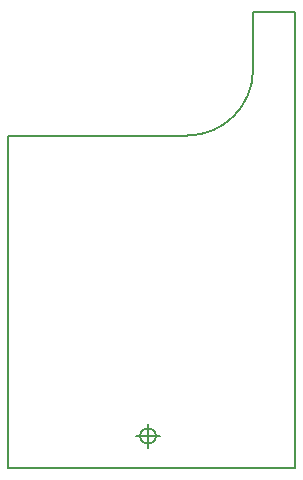
<source format=gm1>
%TF.GenerationSoftware,KiCad,Pcbnew,(5.1.2-1)-1*%
%TF.CreationDate,2019-05-29T15:28:05+01:00*%
%TF.ProjectId,a5v11-mod-01,61357631-312d-46d6-9f64-2d30312e6b69,rev?*%
%TF.SameCoordinates,PX3740df8PY3c191b8*%
%TF.FileFunction,Profile,NP*%
%FSLAX46Y46*%
G04 Gerber Fmt 4.6, Leading zero omitted, Abs format (unit mm)*
G04 Created by KiCad (PCBNEW (5.1.2-1)-1) date 2019-05-29 15:28:05*
%MOMM*%
%LPD*%
G04 APERTURE LIST*
%ADD10C,0.150000*%
G04 APERTURE END LIST*
D10*
X666666Y-44128D02*
G75*
G03X666666Y-44128I-666666J0D01*
G01*
X-1000000Y-44128D02*
X1000000Y-44128D01*
X0Y955872D02*
X0Y-1044128D01*
X3302000Y25400000D02*
G75*
G03X8890000Y30988000I0J5588000D01*
G01*
X-11847400Y-2722600D02*
X-11847400Y25400000D01*
X12452600Y-2722600D02*
X-11847400Y-2722600D01*
X12452600Y35827400D02*
X12452600Y-2722600D01*
X8852600Y35827400D02*
X12452600Y35827400D01*
X8890000Y30988000D02*
X8852600Y35827400D01*
X-11847400Y25400000D02*
X3302000Y25400000D01*
M02*

</source>
